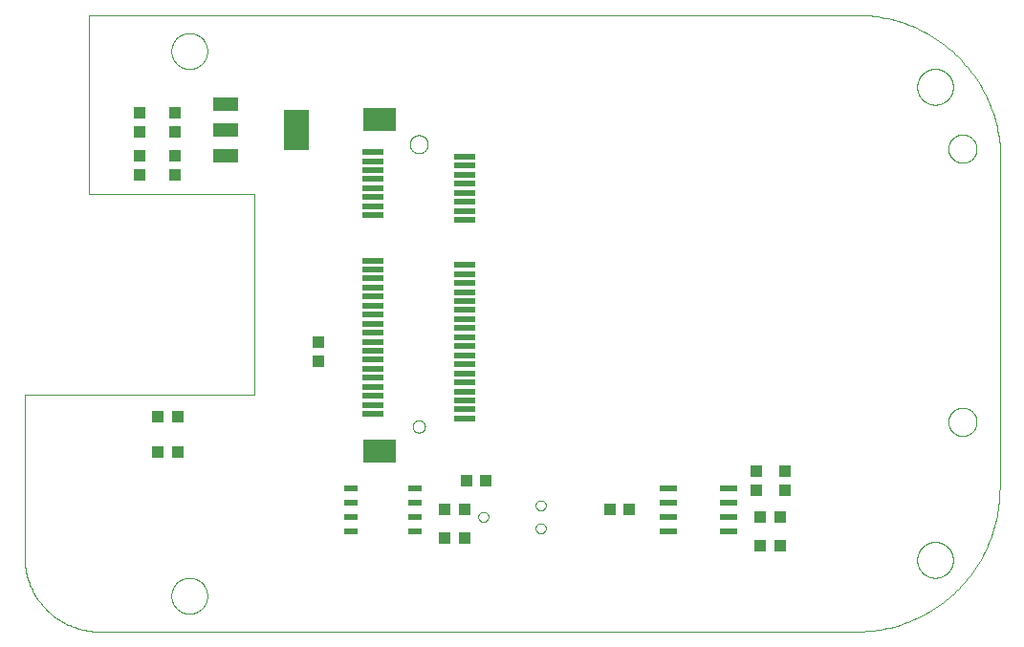
<source format=gtp>
G04 EAGLE Gerber RS-274X export*
G75*
%MOMM*%
%FSLAX34Y34*%
%LPD*%
%INTop solder paste for stencil*%
%IPPOS*%
%AMOC8*
5,1,8,0,0,1.08239X$1,22.5*%
G01*
%ADD10C,0.000000*%
%ADD11R,1.900000X0.525000*%
%ADD12R,3.000000X2.100000*%
%ADD13R,2.235200X1.219200*%
%ADD14R,2.200000X3.600000*%
%ADD15R,1.200000X0.600000*%
%ADD16R,1.550000X0.600000*%
%ADD17R,1.000000X1.100000*%
%ADD18R,1.100000X1.000000*%


D10*
X63500Y0D02*
X736600Y0D01*
X863600Y127000D02*
X863600Y431800D01*
X742950Y546100D02*
X57150Y546100D01*
X0Y209550D02*
X0Y63500D01*
X57150Y387350D02*
X57150Y546100D01*
X57150Y387350D02*
X203200Y387350D01*
X203200Y209550D01*
X0Y209550D01*
X742950Y546100D02*
X746066Y545912D01*
X749177Y545649D01*
X752279Y545309D01*
X755373Y544893D01*
X758456Y544402D01*
X761525Y543835D01*
X764580Y543193D01*
X767618Y542477D01*
X770638Y541686D01*
X773638Y540822D01*
X776615Y539885D01*
X779568Y538874D01*
X782496Y537792D01*
X785397Y536638D01*
X788268Y535414D01*
X791109Y534119D01*
X793916Y532756D01*
X796690Y531324D01*
X799428Y529824D01*
X802128Y528258D01*
X804789Y526626D01*
X807409Y524930D01*
X809987Y523170D01*
X812521Y521347D01*
X815009Y519462D01*
X817451Y517517D01*
X819844Y515513D01*
X822188Y513451D01*
X824480Y511332D01*
X826720Y509158D01*
X828905Y506929D01*
X831036Y504648D01*
X833109Y502315D01*
X835125Y499932D01*
X837083Y497500D01*
X838979Y495021D01*
X840815Y492496D01*
X842588Y489927D01*
X844298Y487316D01*
X845943Y484663D01*
X847523Y481971D01*
X849036Y479241D01*
X850482Y476474D01*
X851860Y473673D01*
X853169Y470839D01*
X854407Y467974D01*
X855576Y465080D01*
X856673Y462157D01*
X857698Y459209D01*
X858650Y456236D01*
X859530Y453241D01*
X860336Y450225D01*
X861067Y447191D01*
X861724Y444139D01*
X862307Y441073D01*
X862813Y437993D01*
X863245Y434901D01*
X863600Y431800D01*
X863600Y127000D02*
X863563Y123931D01*
X863452Y120864D01*
X863266Y117801D01*
X863007Y114743D01*
X862674Y111692D01*
X862267Y108650D01*
X861787Y105619D01*
X861234Y102600D01*
X860608Y99595D01*
X859910Y96607D01*
X859139Y93636D01*
X858297Y90685D01*
X857384Y87755D01*
X856401Y84848D01*
X855347Y81965D01*
X854224Y79109D01*
X853033Y76281D01*
X851773Y73482D01*
X850446Y70715D01*
X849053Y67980D01*
X847594Y65280D01*
X846070Y62616D01*
X844482Y59990D01*
X842832Y57402D01*
X841119Y54856D01*
X839345Y52351D01*
X837511Y49890D01*
X835619Y47474D01*
X833668Y45105D01*
X831661Y42783D01*
X829598Y40511D01*
X827481Y38289D01*
X825311Y36119D01*
X823089Y34002D01*
X820817Y31939D01*
X818495Y29932D01*
X816126Y27981D01*
X813710Y26089D01*
X811249Y24255D01*
X808744Y22481D01*
X806198Y20768D01*
X803610Y19118D01*
X800984Y17530D01*
X798320Y16006D01*
X795620Y14547D01*
X792885Y13154D01*
X790118Y11827D01*
X787319Y10567D01*
X784491Y9376D01*
X781635Y8253D01*
X778752Y7199D01*
X775845Y6216D01*
X772915Y5303D01*
X769964Y4461D01*
X766993Y3690D01*
X764005Y2992D01*
X761000Y2366D01*
X757981Y1813D01*
X754950Y1333D01*
X751908Y926D01*
X748857Y593D01*
X745799Y334D01*
X742736Y148D01*
X739669Y37D01*
X736600Y0D01*
X63500Y0D02*
X61888Y96D01*
X60279Y231D01*
X58674Y405D01*
X57073Y618D01*
X55478Y870D01*
X53890Y1160D01*
X52309Y1488D01*
X50736Y1855D01*
X49173Y2259D01*
X47620Y2702D01*
X46078Y3181D01*
X44548Y3698D01*
X43032Y4252D01*
X41529Y4842D01*
X40040Y5468D01*
X38568Y6130D01*
X37111Y6828D01*
X35672Y7560D01*
X34252Y8328D01*
X32850Y9129D01*
X31468Y9964D01*
X30106Y10832D01*
X28766Y11733D01*
X27448Y12666D01*
X26153Y13631D01*
X24882Y14626D01*
X23636Y15652D01*
X22414Y16708D01*
X21218Y17794D01*
X20049Y18907D01*
X18907Y20049D01*
X17794Y21218D01*
X16708Y22414D01*
X15652Y23636D01*
X14626Y24882D01*
X13631Y26153D01*
X12666Y27448D01*
X11733Y28766D01*
X10832Y30106D01*
X9964Y31468D01*
X9129Y32850D01*
X8328Y34252D01*
X7560Y35672D01*
X6828Y37111D01*
X6130Y38568D01*
X5468Y40040D01*
X4842Y41529D01*
X4252Y43032D01*
X3698Y44548D01*
X3181Y46078D01*
X2702Y47620D01*
X2259Y49173D01*
X1855Y50736D01*
X1488Y52309D01*
X1160Y53890D01*
X870Y55478D01*
X618Y57073D01*
X405Y58674D01*
X231Y60279D01*
X96Y61888D01*
X0Y63500D01*
X341250Y431800D02*
X341252Y431996D01*
X341260Y432193D01*
X341272Y432389D01*
X341289Y432584D01*
X341310Y432779D01*
X341337Y432974D01*
X341368Y433168D01*
X341404Y433361D01*
X341444Y433553D01*
X341490Y433744D01*
X341540Y433934D01*
X341594Y434122D01*
X341654Y434309D01*
X341718Y434495D01*
X341786Y434679D01*
X341859Y434861D01*
X341936Y435042D01*
X342018Y435220D01*
X342104Y435397D01*
X342195Y435571D01*
X342289Y435743D01*
X342388Y435913D01*
X342491Y436080D01*
X342598Y436245D01*
X342709Y436406D01*
X342824Y436566D01*
X342943Y436722D01*
X343066Y436875D01*
X343192Y437025D01*
X343322Y437172D01*
X343456Y437316D01*
X343593Y437457D01*
X343734Y437594D01*
X343878Y437728D01*
X344025Y437858D01*
X344175Y437984D01*
X344328Y438107D01*
X344484Y438226D01*
X344644Y438341D01*
X344805Y438452D01*
X344970Y438559D01*
X345137Y438662D01*
X345307Y438761D01*
X345479Y438855D01*
X345653Y438946D01*
X345830Y439032D01*
X346008Y439114D01*
X346189Y439191D01*
X346371Y439264D01*
X346555Y439332D01*
X346741Y439396D01*
X346928Y439456D01*
X347116Y439510D01*
X347306Y439560D01*
X347497Y439606D01*
X347689Y439646D01*
X347882Y439682D01*
X348076Y439713D01*
X348271Y439740D01*
X348466Y439761D01*
X348661Y439778D01*
X348857Y439790D01*
X349054Y439798D01*
X349250Y439800D01*
X349446Y439798D01*
X349643Y439790D01*
X349839Y439778D01*
X350034Y439761D01*
X350229Y439740D01*
X350424Y439713D01*
X350618Y439682D01*
X350811Y439646D01*
X351003Y439606D01*
X351194Y439560D01*
X351384Y439510D01*
X351572Y439456D01*
X351759Y439396D01*
X351945Y439332D01*
X352129Y439264D01*
X352311Y439191D01*
X352492Y439114D01*
X352670Y439032D01*
X352847Y438946D01*
X353021Y438855D01*
X353193Y438761D01*
X353363Y438662D01*
X353530Y438559D01*
X353695Y438452D01*
X353856Y438341D01*
X354016Y438226D01*
X354172Y438107D01*
X354325Y437984D01*
X354475Y437858D01*
X354622Y437728D01*
X354766Y437594D01*
X354907Y437457D01*
X355044Y437316D01*
X355178Y437172D01*
X355308Y437025D01*
X355434Y436875D01*
X355557Y436722D01*
X355676Y436566D01*
X355791Y436406D01*
X355902Y436245D01*
X356009Y436080D01*
X356112Y435913D01*
X356211Y435743D01*
X356305Y435571D01*
X356396Y435397D01*
X356482Y435220D01*
X356564Y435042D01*
X356641Y434861D01*
X356714Y434679D01*
X356782Y434495D01*
X356846Y434309D01*
X356906Y434122D01*
X356960Y433934D01*
X357010Y433744D01*
X357056Y433553D01*
X357096Y433361D01*
X357132Y433168D01*
X357163Y432974D01*
X357190Y432779D01*
X357211Y432584D01*
X357228Y432389D01*
X357240Y432193D01*
X357248Y431996D01*
X357250Y431800D01*
X357248Y431604D01*
X357240Y431407D01*
X357228Y431211D01*
X357211Y431016D01*
X357190Y430821D01*
X357163Y430626D01*
X357132Y430432D01*
X357096Y430239D01*
X357056Y430047D01*
X357010Y429856D01*
X356960Y429666D01*
X356906Y429478D01*
X356846Y429291D01*
X356782Y429105D01*
X356714Y428921D01*
X356641Y428739D01*
X356564Y428558D01*
X356482Y428380D01*
X356396Y428203D01*
X356305Y428029D01*
X356211Y427857D01*
X356112Y427687D01*
X356009Y427520D01*
X355902Y427355D01*
X355791Y427194D01*
X355676Y427034D01*
X355557Y426878D01*
X355434Y426725D01*
X355308Y426575D01*
X355178Y426428D01*
X355044Y426284D01*
X354907Y426143D01*
X354766Y426006D01*
X354622Y425872D01*
X354475Y425742D01*
X354325Y425616D01*
X354172Y425493D01*
X354016Y425374D01*
X353856Y425259D01*
X353695Y425148D01*
X353530Y425041D01*
X353363Y424938D01*
X353193Y424839D01*
X353021Y424745D01*
X352847Y424654D01*
X352670Y424568D01*
X352492Y424486D01*
X352311Y424409D01*
X352129Y424336D01*
X351945Y424268D01*
X351759Y424204D01*
X351572Y424144D01*
X351384Y424090D01*
X351194Y424040D01*
X351003Y423994D01*
X350811Y423954D01*
X350618Y423918D01*
X350424Y423887D01*
X350229Y423860D01*
X350034Y423839D01*
X349839Y423822D01*
X349643Y423810D01*
X349446Y423802D01*
X349250Y423800D01*
X349054Y423802D01*
X348857Y423810D01*
X348661Y423822D01*
X348466Y423839D01*
X348271Y423860D01*
X348076Y423887D01*
X347882Y423918D01*
X347689Y423954D01*
X347497Y423994D01*
X347306Y424040D01*
X347116Y424090D01*
X346928Y424144D01*
X346741Y424204D01*
X346555Y424268D01*
X346371Y424336D01*
X346189Y424409D01*
X346008Y424486D01*
X345830Y424568D01*
X345653Y424654D01*
X345479Y424745D01*
X345307Y424839D01*
X345137Y424938D01*
X344970Y425041D01*
X344805Y425148D01*
X344644Y425259D01*
X344484Y425374D01*
X344328Y425493D01*
X344175Y425616D01*
X344025Y425742D01*
X343878Y425872D01*
X343734Y426006D01*
X343593Y426143D01*
X343456Y426284D01*
X343322Y426428D01*
X343192Y426575D01*
X343066Y426725D01*
X342943Y426878D01*
X342824Y427034D01*
X342709Y427194D01*
X342598Y427355D01*
X342491Y427520D01*
X342388Y427687D01*
X342289Y427857D01*
X342195Y428029D01*
X342104Y428203D01*
X342018Y428380D01*
X341936Y428558D01*
X341859Y428739D01*
X341786Y428921D01*
X341718Y429105D01*
X341654Y429291D01*
X341594Y429478D01*
X341540Y429666D01*
X341490Y429856D01*
X341444Y430047D01*
X341404Y430239D01*
X341368Y430432D01*
X341337Y430626D01*
X341310Y430821D01*
X341289Y431016D01*
X341272Y431211D01*
X341260Y431407D01*
X341252Y431604D01*
X341250Y431800D01*
X343750Y181800D02*
X343752Y181948D01*
X343758Y182096D01*
X343768Y182244D01*
X343782Y182392D01*
X343800Y182539D01*
X343822Y182686D01*
X343848Y182832D01*
X343877Y182977D01*
X343911Y183122D01*
X343949Y183265D01*
X343990Y183408D01*
X344035Y183549D01*
X344085Y183689D01*
X344137Y183827D01*
X344194Y183965D01*
X344254Y184100D01*
X344318Y184234D01*
X344385Y184366D01*
X344456Y184496D01*
X344531Y184625D01*
X344609Y184751D01*
X344690Y184875D01*
X344774Y184997D01*
X344862Y185116D01*
X344953Y185233D01*
X345047Y185348D01*
X345145Y185460D01*
X345245Y185569D01*
X345348Y185676D01*
X345454Y185780D01*
X345562Y185881D01*
X345674Y185979D01*
X345788Y186074D01*
X345904Y186165D01*
X346023Y186254D01*
X346144Y186339D01*
X346268Y186421D01*
X346394Y186500D01*
X346521Y186575D01*
X346651Y186647D01*
X346783Y186716D01*
X346916Y186780D01*
X347051Y186841D01*
X347188Y186899D01*
X347326Y186953D01*
X347466Y187003D01*
X347607Y187049D01*
X347749Y187091D01*
X347892Y187130D01*
X348036Y187164D01*
X348182Y187195D01*
X348327Y187222D01*
X348474Y187245D01*
X348621Y187264D01*
X348769Y187279D01*
X348916Y187290D01*
X349065Y187297D01*
X349213Y187300D01*
X349361Y187299D01*
X349509Y187294D01*
X349657Y187285D01*
X349805Y187272D01*
X349953Y187255D01*
X350099Y187234D01*
X350246Y187209D01*
X350391Y187180D01*
X350536Y187148D01*
X350679Y187111D01*
X350822Y187071D01*
X350964Y187026D01*
X351104Y186978D01*
X351243Y186926D01*
X351380Y186871D01*
X351516Y186811D01*
X351651Y186748D01*
X351783Y186682D01*
X351914Y186612D01*
X352043Y186538D01*
X352169Y186461D01*
X352294Y186381D01*
X352416Y186297D01*
X352537Y186210D01*
X352654Y186120D01*
X352770Y186026D01*
X352882Y185930D01*
X352992Y185831D01*
X353100Y185728D01*
X353204Y185623D01*
X353306Y185515D01*
X353404Y185404D01*
X353500Y185291D01*
X353593Y185175D01*
X353682Y185057D01*
X353768Y184936D01*
X353851Y184813D01*
X353931Y184688D01*
X354007Y184561D01*
X354080Y184431D01*
X354149Y184300D01*
X354214Y184167D01*
X354277Y184033D01*
X354335Y183896D01*
X354390Y183758D01*
X354440Y183619D01*
X354488Y183478D01*
X354531Y183337D01*
X354571Y183194D01*
X354606Y183050D01*
X354638Y182905D01*
X354666Y182759D01*
X354690Y182613D01*
X354710Y182466D01*
X354726Y182318D01*
X354738Y182171D01*
X354746Y182022D01*
X354750Y181874D01*
X354750Y181726D01*
X354746Y181578D01*
X354738Y181429D01*
X354726Y181282D01*
X354710Y181134D01*
X354690Y180987D01*
X354666Y180841D01*
X354638Y180695D01*
X354606Y180550D01*
X354571Y180406D01*
X354531Y180263D01*
X354488Y180122D01*
X354440Y179981D01*
X354390Y179842D01*
X354335Y179704D01*
X354277Y179567D01*
X354214Y179433D01*
X354149Y179300D01*
X354080Y179169D01*
X354007Y179039D01*
X353931Y178912D01*
X353851Y178787D01*
X353768Y178664D01*
X353682Y178543D01*
X353593Y178425D01*
X353500Y178309D01*
X353404Y178196D01*
X353306Y178085D01*
X353204Y177977D01*
X353100Y177872D01*
X352992Y177769D01*
X352882Y177670D01*
X352770Y177574D01*
X352654Y177480D01*
X352537Y177390D01*
X352416Y177303D01*
X352294Y177219D01*
X352169Y177139D01*
X352043Y177062D01*
X351914Y176988D01*
X351783Y176918D01*
X351651Y176852D01*
X351516Y176789D01*
X351380Y176729D01*
X351243Y176674D01*
X351104Y176622D01*
X350964Y176574D01*
X350822Y176529D01*
X350679Y176489D01*
X350536Y176452D01*
X350391Y176420D01*
X350246Y176391D01*
X350099Y176366D01*
X349953Y176345D01*
X349805Y176328D01*
X349657Y176315D01*
X349509Y176306D01*
X349361Y176301D01*
X349213Y176300D01*
X349065Y176303D01*
X348916Y176310D01*
X348769Y176321D01*
X348621Y176336D01*
X348474Y176355D01*
X348327Y176378D01*
X348182Y176405D01*
X348036Y176436D01*
X347892Y176470D01*
X347749Y176509D01*
X347607Y176551D01*
X347466Y176597D01*
X347326Y176647D01*
X347188Y176701D01*
X347051Y176759D01*
X346916Y176820D01*
X346783Y176884D01*
X346651Y176953D01*
X346521Y177025D01*
X346394Y177100D01*
X346268Y177179D01*
X346144Y177261D01*
X346023Y177346D01*
X345904Y177435D01*
X345788Y177526D01*
X345674Y177621D01*
X345562Y177719D01*
X345454Y177820D01*
X345348Y177924D01*
X345245Y178031D01*
X345145Y178140D01*
X345047Y178252D01*
X344953Y178367D01*
X344862Y178484D01*
X344774Y178603D01*
X344690Y178725D01*
X344609Y178849D01*
X344531Y178975D01*
X344456Y179104D01*
X344385Y179234D01*
X344318Y179366D01*
X344254Y179500D01*
X344194Y179635D01*
X344137Y179773D01*
X344085Y179911D01*
X344035Y180051D01*
X343990Y180192D01*
X343949Y180335D01*
X343911Y180478D01*
X343877Y180623D01*
X343848Y180768D01*
X343822Y180914D01*
X343800Y181061D01*
X343782Y181208D01*
X343768Y181356D01*
X343758Y181504D01*
X343752Y181652D01*
X343750Y181800D01*
X818250Y427800D02*
X818254Y428107D01*
X818265Y428413D01*
X818284Y428720D01*
X818310Y429025D01*
X818344Y429330D01*
X818385Y429634D01*
X818434Y429937D01*
X818490Y430239D01*
X818554Y430539D01*
X818625Y430837D01*
X818703Y431134D01*
X818788Y431429D01*
X818881Y431721D01*
X818981Y432011D01*
X819088Y432299D01*
X819202Y432584D01*
X819322Y432866D01*
X819450Y433144D01*
X819585Y433420D01*
X819726Y433692D01*
X819874Y433961D01*
X820028Y434226D01*
X820189Y434487D01*
X820357Y434745D01*
X820530Y434998D01*
X820710Y435246D01*
X820896Y435490D01*
X821087Y435730D01*
X821285Y435965D01*
X821488Y436194D01*
X821697Y436419D01*
X821911Y436639D01*
X822131Y436853D01*
X822356Y437062D01*
X822585Y437265D01*
X822820Y437463D01*
X823060Y437654D01*
X823304Y437840D01*
X823552Y438020D01*
X823805Y438193D01*
X824063Y438361D01*
X824324Y438522D01*
X824589Y438676D01*
X824858Y438824D01*
X825130Y438965D01*
X825406Y439100D01*
X825684Y439228D01*
X825966Y439348D01*
X826251Y439462D01*
X826539Y439569D01*
X826829Y439669D01*
X827121Y439762D01*
X827416Y439847D01*
X827713Y439925D01*
X828011Y439996D01*
X828311Y440060D01*
X828613Y440116D01*
X828916Y440165D01*
X829220Y440206D01*
X829525Y440240D01*
X829830Y440266D01*
X830137Y440285D01*
X830443Y440296D01*
X830750Y440300D01*
X831057Y440296D01*
X831363Y440285D01*
X831670Y440266D01*
X831975Y440240D01*
X832280Y440206D01*
X832584Y440165D01*
X832887Y440116D01*
X833189Y440060D01*
X833489Y439996D01*
X833787Y439925D01*
X834084Y439847D01*
X834379Y439762D01*
X834671Y439669D01*
X834961Y439569D01*
X835249Y439462D01*
X835534Y439348D01*
X835816Y439228D01*
X836094Y439100D01*
X836370Y438965D01*
X836642Y438824D01*
X836911Y438676D01*
X837176Y438522D01*
X837437Y438361D01*
X837695Y438193D01*
X837948Y438020D01*
X838196Y437840D01*
X838440Y437654D01*
X838680Y437463D01*
X838915Y437265D01*
X839144Y437062D01*
X839369Y436853D01*
X839589Y436639D01*
X839803Y436419D01*
X840012Y436194D01*
X840215Y435965D01*
X840413Y435730D01*
X840604Y435490D01*
X840790Y435246D01*
X840970Y434998D01*
X841143Y434745D01*
X841311Y434487D01*
X841472Y434226D01*
X841626Y433961D01*
X841774Y433692D01*
X841915Y433420D01*
X842050Y433144D01*
X842178Y432866D01*
X842298Y432584D01*
X842412Y432299D01*
X842519Y432011D01*
X842619Y431721D01*
X842712Y431429D01*
X842797Y431134D01*
X842875Y430837D01*
X842946Y430539D01*
X843010Y430239D01*
X843066Y429937D01*
X843115Y429634D01*
X843156Y429330D01*
X843190Y429025D01*
X843216Y428720D01*
X843235Y428413D01*
X843246Y428107D01*
X843250Y427800D01*
X843246Y427493D01*
X843235Y427187D01*
X843216Y426880D01*
X843190Y426575D01*
X843156Y426270D01*
X843115Y425966D01*
X843066Y425663D01*
X843010Y425361D01*
X842946Y425061D01*
X842875Y424763D01*
X842797Y424466D01*
X842712Y424171D01*
X842619Y423879D01*
X842519Y423589D01*
X842412Y423301D01*
X842298Y423016D01*
X842178Y422734D01*
X842050Y422456D01*
X841915Y422180D01*
X841774Y421908D01*
X841626Y421639D01*
X841472Y421374D01*
X841311Y421113D01*
X841143Y420855D01*
X840970Y420602D01*
X840790Y420354D01*
X840604Y420110D01*
X840413Y419870D01*
X840215Y419635D01*
X840012Y419406D01*
X839803Y419181D01*
X839589Y418961D01*
X839369Y418747D01*
X839144Y418538D01*
X838915Y418335D01*
X838680Y418137D01*
X838440Y417946D01*
X838196Y417760D01*
X837948Y417580D01*
X837695Y417407D01*
X837437Y417239D01*
X837176Y417078D01*
X836911Y416924D01*
X836642Y416776D01*
X836370Y416635D01*
X836094Y416500D01*
X835816Y416372D01*
X835534Y416252D01*
X835249Y416138D01*
X834961Y416031D01*
X834671Y415931D01*
X834379Y415838D01*
X834084Y415753D01*
X833787Y415675D01*
X833489Y415604D01*
X833189Y415540D01*
X832887Y415484D01*
X832584Y415435D01*
X832280Y415394D01*
X831975Y415360D01*
X831670Y415334D01*
X831363Y415315D01*
X831057Y415304D01*
X830750Y415300D01*
X830443Y415304D01*
X830137Y415315D01*
X829830Y415334D01*
X829525Y415360D01*
X829220Y415394D01*
X828916Y415435D01*
X828613Y415484D01*
X828311Y415540D01*
X828011Y415604D01*
X827713Y415675D01*
X827416Y415753D01*
X827121Y415838D01*
X826829Y415931D01*
X826539Y416031D01*
X826251Y416138D01*
X825966Y416252D01*
X825684Y416372D01*
X825406Y416500D01*
X825130Y416635D01*
X824858Y416776D01*
X824589Y416924D01*
X824324Y417078D01*
X824063Y417239D01*
X823805Y417407D01*
X823552Y417580D01*
X823304Y417760D01*
X823060Y417946D01*
X822820Y418137D01*
X822585Y418335D01*
X822356Y418538D01*
X822131Y418747D01*
X821911Y418961D01*
X821697Y419181D01*
X821488Y419406D01*
X821285Y419635D01*
X821087Y419870D01*
X820896Y420110D01*
X820710Y420354D01*
X820530Y420602D01*
X820357Y420855D01*
X820189Y421113D01*
X820028Y421374D01*
X819874Y421639D01*
X819726Y421908D01*
X819585Y422180D01*
X819450Y422456D01*
X819322Y422734D01*
X819202Y423016D01*
X819088Y423301D01*
X818981Y423589D01*
X818881Y423879D01*
X818788Y424171D01*
X818703Y424466D01*
X818625Y424763D01*
X818554Y425061D01*
X818490Y425361D01*
X818434Y425663D01*
X818385Y425966D01*
X818344Y426270D01*
X818310Y426575D01*
X818284Y426880D01*
X818265Y427187D01*
X818254Y427493D01*
X818250Y427800D01*
X818250Y185800D02*
X818254Y186107D01*
X818265Y186413D01*
X818284Y186720D01*
X818310Y187025D01*
X818344Y187330D01*
X818385Y187634D01*
X818434Y187937D01*
X818490Y188239D01*
X818554Y188539D01*
X818625Y188837D01*
X818703Y189134D01*
X818788Y189429D01*
X818881Y189721D01*
X818981Y190011D01*
X819088Y190299D01*
X819202Y190584D01*
X819322Y190866D01*
X819450Y191144D01*
X819585Y191420D01*
X819726Y191692D01*
X819874Y191961D01*
X820028Y192226D01*
X820189Y192487D01*
X820357Y192745D01*
X820530Y192998D01*
X820710Y193246D01*
X820896Y193490D01*
X821087Y193730D01*
X821285Y193965D01*
X821488Y194194D01*
X821697Y194419D01*
X821911Y194639D01*
X822131Y194853D01*
X822356Y195062D01*
X822585Y195265D01*
X822820Y195463D01*
X823060Y195654D01*
X823304Y195840D01*
X823552Y196020D01*
X823805Y196193D01*
X824063Y196361D01*
X824324Y196522D01*
X824589Y196676D01*
X824858Y196824D01*
X825130Y196965D01*
X825406Y197100D01*
X825684Y197228D01*
X825966Y197348D01*
X826251Y197462D01*
X826539Y197569D01*
X826829Y197669D01*
X827121Y197762D01*
X827416Y197847D01*
X827713Y197925D01*
X828011Y197996D01*
X828311Y198060D01*
X828613Y198116D01*
X828916Y198165D01*
X829220Y198206D01*
X829525Y198240D01*
X829830Y198266D01*
X830137Y198285D01*
X830443Y198296D01*
X830750Y198300D01*
X831057Y198296D01*
X831363Y198285D01*
X831670Y198266D01*
X831975Y198240D01*
X832280Y198206D01*
X832584Y198165D01*
X832887Y198116D01*
X833189Y198060D01*
X833489Y197996D01*
X833787Y197925D01*
X834084Y197847D01*
X834379Y197762D01*
X834671Y197669D01*
X834961Y197569D01*
X835249Y197462D01*
X835534Y197348D01*
X835816Y197228D01*
X836094Y197100D01*
X836370Y196965D01*
X836642Y196824D01*
X836911Y196676D01*
X837176Y196522D01*
X837437Y196361D01*
X837695Y196193D01*
X837948Y196020D01*
X838196Y195840D01*
X838440Y195654D01*
X838680Y195463D01*
X838915Y195265D01*
X839144Y195062D01*
X839369Y194853D01*
X839589Y194639D01*
X839803Y194419D01*
X840012Y194194D01*
X840215Y193965D01*
X840413Y193730D01*
X840604Y193490D01*
X840790Y193246D01*
X840970Y192998D01*
X841143Y192745D01*
X841311Y192487D01*
X841472Y192226D01*
X841626Y191961D01*
X841774Y191692D01*
X841915Y191420D01*
X842050Y191144D01*
X842178Y190866D01*
X842298Y190584D01*
X842412Y190299D01*
X842519Y190011D01*
X842619Y189721D01*
X842712Y189429D01*
X842797Y189134D01*
X842875Y188837D01*
X842946Y188539D01*
X843010Y188239D01*
X843066Y187937D01*
X843115Y187634D01*
X843156Y187330D01*
X843190Y187025D01*
X843216Y186720D01*
X843235Y186413D01*
X843246Y186107D01*
X843250Y185800D01*
X843246Y185493D01*
X843235Y185187D01*
X843216Y184880D01*
X843190Y184575D01*
X843156Y184270D01*
X843115Y183966D01*
X843066Y183663D01*
X843010Y183361D01*
X842946Y183061D01*
X842875Y182763D01*
X842797Y182466D01*
X842712Y182171D01*
X842619Y181879D01*
X842519Y181589D01*
X842412Y181301D01*
X842298Y181016D01*
X842178Y180734D01*
X842050Y180456D01*
X841915Y180180D01*
X841774Y179908D01*
X841626Y179639D01*
X841472Y179374D01*
X841311Y179113D01*
X841143Y178855D01*
X840970Y178602D01*
X840790Y178354D01*
X840604Y178110D01*
X840413Y177870D01*
X840215Y177635D01*
X840012Y177406D01*
X839803Y177181D01*
X839589Y176961D01*
X839369Y176747D01*
X839144Y176538D01*
X838915Y176335D01*
X838680Y176137D01*
X838440Y175946D01*
X838196Y175760D01*
X837948Y175580D01*
X837695Y175407D01*
X837437Y175239D01*
X837176Y175078D01*
X836911Y174924D01*
X836642Y174776D01*
X836370Y174635D01*
X836094Y174500D01*
X835816Y174372D01*
X835534Y174252D01*
X835249Y174138D01*
X834961Y174031D01*
X834671Y173931D01*
X834379Y173838D01*
X834084Y173753D01*
X833787Y173675D01*
X833489Y173604D01*
X833189Y173540D01*
X832887Y173484D01*
X832584Y173435D01*
X832280Y173394D01*
X831975Y173360D01*
X831670Y173334D01*
X831363Y173315D01*
X831057Y173304D01*
X830750Y173300D01*
X830443Y173304D01*
X830137Y173315D01*
X829830Y173334D01*
X829525Y173360D01*
X829220Y173394D01*
X828916Y173435D01*
X828613Y173484D01*
X828311Y173540D01*
X828011Y173604D01*
X827713Y173675D01*
X827416Y173753D01*
X827121Y173838D01*
X826829Y173931D01*
X826539Y174031D01*
X826251Y174138D01*
X825966Y174252D01*
X825684Y174372D01*
X825406Y174500D01*
X825130Y174635D01*
X824858Y174776D01*
X824589Y174924D01*
X824324Y175078D01*
X824063Y175239D01*
X823805Y175407D01*
X823552Y175580D01*
X823304Y175760D01*
X823060Y175946D01*
X822820Y176137D01*
X822585Y176335D01*
X822356Y176538D01*
X822131Y176747D01*
X821911Y176961D01*
X821697Y177181D01*
X821488Y177406D01*
X821285Y177635D01*
X821087Y177870D01*
X820896Y178110D01*
X820710Y178354D01*
X820530Y178602D01*
X820357Y178855D01*
X820189Y179113D01*
X820028Y179374D01*
X819874Y179639D01*
X819726Y179908D01*
X819585Y180180D01*
X819450Y180456D01*
X819322Y180734D01*
X819202Y181016D01*
X819088Y181301D01*
X818981Y181589D01*
X818881Y181879D01*
X818788Y182171D01*
X818703Y182466D01*
X818625Y182763D01*
X818554Y183061D01*
X818490Y183361D01*
X818434Y183663D01*
X818385Y183966D01*
X818344Y184270D01*
X818310Y184575D01*
X818284Y184880D01*
X818265Y185187D01*
X818254Y185493D01*
X818250Y185800D01*
D11*
X308250Y424800D03*
X308250Y416800D03*
X308250Y408800D03*
X308250Y400800D03*
X308250Y392800D03*
X308250Y384800D03*
X308250Y376800D03*
X308250Y368800D03*
X308250Y328800D03*
X308250Y320800D03*
X308250Y312800D03*
X308250Y304800D03*
X308250Y296800D03*
X308250Y288800D03*
X308250Y280800D03*
X308250Y272800D03*
X308250Y264800D03*
X308250Y256800D03*
X308250Y248800D03*
X308250Y240800D03*
X308250Y232800D03*
X308250Y224800D03*
X308250Y216800D03*
X308250Y208800D03*
X308250Y200800D03*
X308250Y192800D03*
D12*
X314250Y160300D03*
X314375Y453300D03*
D11*
X390250Y420800D03*
X390250Y412800D03*
X390250Y404800D03*
X390250Y396800D03*
X390250Y388800D03*
X390250Y380800D03*
X390250Y372800D03*
X390250Y364800D03*
X390250Y324800D03*
X390250Y316800D03*
X390250Y308800D03*
X390250Y300800D03*
X390250Y292800D03*
X390250Y284800D03*
X390250Y276800D03*
X390250Y268800D03*
X390250Y260800D03*
X390250Y252800D03*
X390250Y244800D03*
X390250Y236800D03*
X390250Y228800D03*
X390250Y220800D03*
X390250Y212800D03*
X390250Y204800D03*
X390250Y196800D03*
X390250Y188800D03*
D13*
X178562Y467614D03*
X178562Y444500D03*
X178562Y421386D03*
D14*
X240540Y444500D03*
D15*
X289500Y127000D03*
X289500Y114300D03*
X289500Y101600D03*
X289500Y88900D03*
X345500Y88900D03*
X345500Y101600D03*
X345500Y114300D03*
X345500Y127000D03*
D16*
X569900Y127000D03*
X569900Y114300D03*
X569900Y101600D03*
X569900Y88900D03*
X623900Y88900D03*
X623900Y101600D03*
X623900Y114300D03*
X623900Y127000D03*
D10*
X130175Y31750D02*
X130180Y32140D01*
X130194Y32529D01*
X130218Y32918D01*
X130251Y33306D01*
X130294Y33693D01*
X130347Y34079D01*
X130409Y34464D01*
X130480Y34847D01*
X130561Y35228D01*
X130651Y35607D01*
X130750Y35984D01*
X130859Y36358D01*
X130976Y36730D01*
X131103Y37098D01*
X131239Y37463D01*
X131383Y37825D01*
X131537Y38183D01*
X131699Y38537D01*
X131870Y38888D01*
X132049Y39233D01*
X132237Y39575D01*
X132434Y39911D01*
X132638Y40243D01*
X132850Y40570D01*
X133071Y40891D01*
X133299Y41207D01*
X133535Y41517D01*
X133778Y41821D01*
X134029Y42119D01*
X134287Y42411D01*
X134553Y42696D01*
X134825Y42975D01*
X135104Y43247D01*
X135389Y43513D01*
X135681Y43771D01*
X135979Y44022D01*
X136283Y44265D01*
X136593Y44501D01*
X136909Y44729D01*
X137230Y44950D01*
X137557Y45162D01*
X137889Y45366D01*
X138225Y45563D01*
X138567Y45751D01*
X138912Y45930D01*
X139263Y46101D01*
X139617Y46263D01*
X139975Y46417D01*
X140337Y46561D01*
X140702Y46697D01*
X141070Y46824D01*
X141442Y46941D01*
X141816Y47050D01*
X142193Y47149D01*
X142572Y47239D01*
X142953Y47320D01*
X143336Y47391D01*
X143721Y47453D01*
X144107Y47506D01*
X144494Y47549D01*
X144882Y47582D01*
X145271Y47606D01*
X145660Y47620D01*
X146050Y47625D01*
X146440Y47620D01*
X146829Y47606D01*
X147218Y47582D01*
X147606Y47549D01*
X147993Y47506D01*
X148379Y47453D01*
X148764Y47391D01*
X149147Y47320D01*
X149528Y47239D01*
X149907Y47149D01*
X150284Y47050D01*
X150658Y46941D01*
X151030Y46824D01*
X151398Y46697D01*
X151763Y46561D01*
X152125Y46417D01*
X152483Y46263D01*
X152837Y46101D01*
X153188Y45930D01*
X153533Y45751D01*
X153875Y45563D01*
X154211Y45366D01*
X154543Y45162D01*
X154870Y44950D01*
X155191Y44729D01*
X155507Y44501D01*
X155817Y44265D01*
X156121Y44022D01*
X156419Y43771D01*
X156711Y43513D01*
X156996Y43247D01*
X157275Y42975D01*
X157547Y42696D01*
X157813Y42411D01*
X158071Y42119D01*
X158322Y41821D01*
X158565Y41517D01*
X158801Y41207D01*
X159029Y40891D01*
X159250Y40570D01*
X159462Y40243D01*
X159666Y39911D01*
X159863Y39575D01*
X160051Y39233D01*
X160230Y38888D01*
X160401Y38537D01*
X160563Y38183D01*
X160717Y37825D01*
X160861Y37463D01*
X160997Y37098D01*
X161124Y36730D01*
X161241Y36358D01*
X161350Y35984D01*
X161449Y35607D01*
X161539Y35228D01*
X161620Y34847D01*
X161691Y34464D01*
X161753Y34079D01*
X161806Y33693D01*
X161849Y33306D01*
X161882Y32918D01*
X161906Y32529D01*
X161920Y32140D01*
X161925Y31750D01*
X161920Y31360D01*
X161906Y30971D01*
X161882Y30582D01*
X161849Y30194D01*
X161806Y29807D01*
X161753Y29421D01*
X161691Y29036D01*
X161620Y28653D01*
X161539Y28272D01*
X161449Y27893D01*
X161350Y27516D01*
X161241Y27142D01*
X161124Y26770D01*
X160997Y26402D01*
X160861Y26037D01*
X160717Y25675D01*
X160563Y25317D01*
X160401Y24963D01*
X160230Y24612D01*
X160051Y24267D01*
X159863Y23925D01*
X159666Y23589D01*
X159462Y23257D01*
X159250Y22930D01*
X159029Y22609D01*
X158801Y22293D01*
X158565Y21983D01*
X158322Y21679D01*
X158071Y21381D01*
X157813Y21089D01*
X157547Y20804D01*
X157275Y20525D01*
X156996Y20253D01*
X156711Y19987D01*
X156419Y19729D01*
X156121Y19478D01*
X155817Y19235D01*
X155507Y18999D01*
X155191Y18771D01*
X154870Y18550D01*
X154543Y18338D01*
X154211Y18134D01*
X153875Y17937D01*
X153533Y17749D01*
X153188Y17570D01*
X152837Y17399D01*
X152483Y17237D01*
X152125Y17083D01*
X151763Y16939D01*
X151398Y16803D01*
X151030Y16676D01*
X150658Y16559D01*
X150284Y16450D01*
X149907Y16351D01*
X149528Y16261D01*
X149147Y16180D01*
X148764Y16109D01*
X148379Y16047D01*
X147993Y15994D01*
X147606Y15951D01*
X147218Y15918D01*
X146829Y15894D01*
X146440Y15880D01*
X146050Y15875D01*
X145660Y15880D01*
X145271Y15894D01*
X144882Y15918D01*
X144494Y15951D01*
X144107Y15994D01*
X143721Y16047D01*
X143336Y16109D01*
X142953Y16180D01*
X142572Y16261D01*
X142193Y16351D01*
X141816Y16450D01*
X141442Y16559D01*
X141070Y16676D01*
X140702Y16803D01*
X140337Y16939D01*
X139975Y17083D01*
X139617Y17237D01*
X139263Y17399D01*
X138912Y17570D01*
X138567Y17749D01*
X138225Y17937D01*
X137889Y18134D01*
X137557Y18338D01*
X137230Y18550D01*
X136909Y18771D01*
X136593Y18999D01*
X136283Y19235D01*
X135979Y19478D01*
X135681Y19729D01*
X135389Y19987D01*
X135104Y20253D01*
X134825Y20525D01*
X134553Y20804D01*
X134287Y21089D01*
X134029Y21381D01*
X133778Y21679D01*
X133535Y21983D01*
X133299Y22293D01*
X133071Y22609D01*
X132850Y22930D01*
X132638Y23257D01*
X132434Y23589D01*
X132237Y23925D01*
X132049Y24267D01*
X131870Y24612D01*
X131699Y24963D01*
X131537Y25317D01*
X131383Y25675D01*
X131239Y26037D01*
X131103Y26402D01*
X130976Y26770D01*
X130859Y27142D01*
X130750Y27516D01*
X130651Y27893D01*
X130561Y28272D01*
X130480Y28653D01*
X130409Y29036D01*
X130347Y29421D01*
X130294Y29807D01*
X130251Y30194D01*
X130218Y30582D01*
X130194Y30971D01*
X130180Y31360D01*
X130175Y31750D01*
X790575Y63500D02*
X790580Y63890D01*
X790594Y64279D01*
X790618Y64668D01*
X790651Y65056D01*
X790694Y65443D01*
X790747Y65829D01*
X790809Y66214D01*
X790880Y66597D01*
X790961Y66978D01*
X791051Y67357D01*
X791150Y67734D01*
X791259Y68108D01*
X791376Y68480D01*
X791503Y68848D01*
X791639Y69213D01*
X791783Y69575D01*
X791937Y69933D01*
X792099Y70287D01*
X792270Y70638D01*
X792449Y70983D01*
X792637Y71325D01*
X792834Y71661D01*
X793038Y71993D01*
X793250Y72320D01*
X793471Y72641D01*
X793699Y72957D01*
X793935Y73267D01*
X794178Y73571D01*
X794429Y73869D01*
X794687Y74161D01*
X794953Y74446D01*
X795225Y74725D01*
X795504Y74997D01*
X795789Y75263D01*
X796081Y75521D01*
X796379Y75772D01*
X796683Y76015D01*
X796993Y76251D01*
X797309Y76479D01*
X797630Y76700D01*
X797957Y76912D01*
X798289Y77116D01*
X798625Y77313D01*
X798967Y77501D01*
X799312Y77680D01*
X799663Y77851D01*
X800017Y78013D01*
X800375Y78167D01*
X800737Y78311D01*
X801102Y78447D01*
X801470Y78574D01*
X801842Y78691D01*
X802216Y78800D01*
X802593Y78899D01*
X802972Y78989D01*
X803353Y79070D01*
X803736Y79141D01*
X804121Y79203D01*
X804507Y79256D01*
X804894Y79299D01*
X805282Y79332D01*
X805671Y79356D01*
X806060Y79370D01*
X806450Y79375D01*
X806840Y79370D01*
X807229Y79356D01*
X807618Y79332D01*
X808006Y79299D01*
X808393Y79256D01*
X808779Y79203D01*
X809164Y79141D01*
X809547Y79070D01*
X809928Y78989D01*
X810307Y78899D01*
X810684Y78800D01*
X811058Y78691D01*
X811430Y78574D01*
X811798Y78447D01*
X812163Y78311D01*
X812525Y78167D01*
X812883Y78013D01*
X813237Y77851D01*
X813588Y77680D01*
X813933Y77501D01*
X814275Y77313D01*
X814611Y77116D01*
X814943Y76912D01*
X815270Y76700D01*
X815591Y76479D01*
X815907Y76251D01*
X816217Y76015D01*
X816521Y75772D01*
X816819Y75521D01*
X817111Y75263D01*
X817396Y74997D01*
X817675Y74725D01*
X817947Y74446D01*
X818213Y74161D01*
X818471Y73869D01*
X818722Y73571D01*
X818965Y73267D01*
X819201Y72957D01*
X819429Y72641D01*
X819650Y72320D01*
X819862Y71993D01*
X820066Y71661D01*
X820263Y71325D01*
X820451Y70983D01*
X820630Y70638D01*
X820801Y70287D01*
X820963Y69933D01*
X821117Y69575D01*
X821261Y69213D01*
X821397Y68848D01*
X821524Y68480D01*
X821641Y68108D01*
X821750Y67734D01*
X821849Y67357D01*
X821939Y66978D01*
X822020Y66597D01*
X822091Y66214D01*
X822153Y65829D01*
X822206Y65443D01*
X822249Y65056D01*
X822282Y64668D01*
X822306Y64279D01*
X822320Y63890D01*
X822325Y63500D01*
X822320Y63110D01*
X822306Y62721D01*
X822282Y62332D01*
X822249Y61944D01*
X822206Y61557D01*
X822153Y61171D01*
X822091Y60786D01*
X822020Y60403D01*
X821939Y60022D01*
X821849Y59643D01*
X821750Y59266D01*
X821641Y58892D01*
X821524Y58520D01*
X821397Y58152D01*
X821261Y57787D01*
X821117Y57425D01*
X820963Y57067D01*
X820801Y56713D01*
X820630Y56362D01*
X820451Y56017D01*
X820263Y55675D01*
X820066Y55339D01*
X819862Y55007D01*
X819650Y54680D01*
X819429Y54359D01*
X819201Y54043D01*
X818965Y53733D01*
X818722Y53429D01*
X818471Y53131D01*
X818213Y52839D01*
X817947Y52554D01*
X817675Y52275D01*
X817396Y52003D01*
X817111Y51737D01*
X816819Y51479D01*
X816521Y51228D01*
X816217Y50985D01*
X815907Y50749D01*
X815591Y50521D01*
X815270Y50300D01*
X814943Y50088D01*
X814611Y49884D01*
X814275Y49687D01*
X813933Y49499D01*
X813588Y49320D01*
X813237Y49149D01*
X812883Y48987D01*
X812525Y48833D01*
X812163Y48689D01*
X811798Y48553D01*
X811430Y48426D01*
X811058Y48309D01*
X810684Y48200D01*
X810307Y48101D01*
X809928Y48011D01*
X809547Y47930D01*
X809164Y47859D01*
X808779Y47797D01*
X808393Y47744D01*
X808006Y47701D01*
X807618Y47668D01*
X807229Y47644D01*
X806840Y47630D01*
X806450Y47625D01*
X806060Y47630D01*
X805671Y47644D01*
X805282Y47668D01*
X804894Y47701D01*
X804507Y47744D01*
X804121Y47797D01*
X803736Y47859D01*
X803353Y47930D01*
X802972Y48011D01*
X802593Y48101D01*
X802216Y48200D01*
X801842Y48309D01*
X801470Y48426D01*
X801102Y48553D01*
X800737Y48689D01*
X800375Y48833D01*
X800017Y48987D01*
X799663Y49149D01*
X799312Y49320D01*
X798967Y49499D01*
X798625Y49687D01*
X798289Y49884D01*
X797957Y50088D01*
X797630Y50300D01*
X797309Y50521D01*
X796993Y50749D01*
X796683Y50985D01*
X796379Y51228D01*
X796081Y51479D01*
X795789Y51737D01*
X795504Y52003D01*
X795225Y52275D01*
X794953Y52554D01*
X794687Y52839D01*
X794429Y53131D01*
X794178Y53429D01*
X793935Y53733D01*
X793699Y54043D01*
X793471Y54359D01*
X793250Y54680D01*
X793038Y55007D01*
X792834Y55339D01*
X792637Y55675D01*
X792449Y56017D01*
X792270Y56362D01*
X792099Y56713D01*
X791937Y57067D01*
X791783Y57425D01*
X791639Y57787D01*
X791503Y58152D01*
X791376Y58520D01*
X791259Y58892D01*
X791150Y59266D01*
X791051Y59643D01*
X790961Y60022D01*
X790880Y60403D01*
X790809Y60786D01*
X790747Y61171D01*
X790694Y61557D01*
X790651Y61944D01*
X790618Y62332D01*
X790594Y62721D01*
X790580Y63110D01*
X790575Y63500D01*
X790575Y482600D02*
X790580Y482990D01*
X790594Y483379D01*
X790618Y483768D01*
X790651Y484156D01*
X790694Y484543D01*
X790747Y484929D01*
X790809Y485314D01*
X790880Y485697D01*
X790961Y486078D01*
X791051Y486457D01*
X791150Y486834D01*
X791259Y487208D01*
X791376Y487580D01*
X791503Y487948D01*
X791639Y488313D01*
X791783Y488675D01*
X791937Y489033D01*
X792099Y489387D01*
X792270Y489738D01*
X792449Y490083D01*
X792637Y490425D01*
X792834Y490761D01*
X793038Y491093D01*
X793250Y491420D01*
X793471Y491741D01*
X793699Y492057D01*
X793935Y492367D01*
X794178Y492671D01*
X794429Y492969D01*
X794687Y493261D01*
X794953Y493546D01*
X795225Y493825D01*
X795504Y494097D01*
X795789Y494363D01*
X796081Y494621D01*
X796379Y494872D01*
X796683Y495115D01*
X796993Y495351D01*
X797309Y495579D01*
X797630Y495800D01*
X797957Y496012D01*
X798289Y496216D01*
X798625Y496413D01*
X798967Y496601D01*
X799312Y496780D01*
X799663Y496951D01*
X800017Y497113D01*
X800375Y497267D01*
X800737Y497411D01*
X801102Y497547D01*
X801470Y497674D01*
X801842Y497791D01*
X802216Y497900D01*
X802593Y497999D01*
X802972Y498089D01*
X803353Y498170D01*
X803736Y498241D01*
X804121Y498303D01*
X804507Y498356D01*
X804894Y498399D01*
X805282Y498432D01*
X805671Y498456D01*
X806060Y498470D01*
X806450Y498475D01*
X806840Y498470D01*
X807229Y498456D01*
X807618Y498432D01*
X808006Y498399D01*
X808393Y498356D01*
X808779Y498303D01*
X809164Y498241D01*
X809547Y498170D01*
X809928Y498089D01*
X810307Y497999D01*
X810684Y497900D01*
X811058Y497791D01*
X811430Y497674D01*
X811798Y497547D01*
X812163Y497411D01*
X812525Y497267D01*
X812883Y497113D01*
X813237Y496951D01*
X813588Y496780D01*
X813933Y496601D01*
X814275Y496413D01*
X814611Y496216D01*
X814943Y496012D01*
X815270Y495800D01*
X815591Y495579D01*
X815907Y495351D01*
X816217Y495115D01*
X816521Y494872D01*
X816819Y494621D01*
X817111Y494363D01*
X817396Y494097D01*
X817675Y493825D01*
X817947Y493546D01*
X818213Y493261D01*
X818471Y492969D01*
X818722Y492671D01*
X818965Y492367D01*
X819201Y492057D01*
X819429Y491741D01*
X819650Y491420D01*
X819862Y491093D01*
X820066Y490761D01*
X820263Y490425D01*
X820451Y490083D01*
X820630Y489738D01*
X820801Y489387D01*
X820963Y489033D01*
X821117Y488675D01*
X821261Y488313D01*
X821397Y487948D01*
X821524Y487580D01*
X821641Y487208D01*
X821750Y486834D01*
X821849Y486457D01*
X821939Y486078D01*
X822020Y485697D01*
X822091Y485314D01*
X822153Y484929D01*
X822206Y484543D01*
X822249Y484156D01*
X822282Y483768D01*
X822306Y483379D01*
X822320Y482990D01*
X822325Y482600D01*
X822320Y482210D01*
X822306Y481821D01*
X822282Y481432D01*
X822249Y481044D01*
X822206Y480657D01*
X822153Y480271D01*
X822091Y479886D01*
X822020Y479503D01*
X821939Y479122D01*
X821849Y478743D01*
X821750Y478366D01*
X821641Y477992D01*
X821524Y477620D01*
X821397Y477252D01*
X821261Y476887D01*
X821117Y476525D01*
X820963Y476167D01*
X820801Y475813D01*
X820630Y475462D01*
X820451Y475117D01*
X820263Y474775D01*
X820066Y474439D01*
X819862Y474107D01*
X819650Y473780D01*
X819429Y473459D01*
X819201Y473143D01*
X818965Y472833D01*
X818722Y472529D01*
X818471Y472231D01*
X818213Y471939D01*
X817947Y471654D01*
X817675Y471375D01*
X817396Y471103D01*
X817111Y470837D01*
X816819Y470579D01*
X816521Y470328D01*
X816217Y470085D01*
X815907Y469849D01*
X815591Y469621D01*
X815270Y469400D01*
X814943Y469188D01*
X814611Y468984D01*
X814275Y468787D01*
X813933Y468599D01*
X813588Y468420D01*
X813237Y468249D01*
X812883Y468087D01*
X812525Y467933D01*
X812163Y467789D01*
X811798Y467653D01*
X811430Y467526D01*
X811058Y467409D01*
X810684Y467300D01*
X810307Y467201D01*
X809928Y467111D01*
X809547Y467030D01*
X809164Y466959D01*
X808779Y466897D01*
X808393Y466844D01*
X808006Y466801D01*
X807618Y466768D01*
X807229Y466744D01*
X806840Y466730D01*
X806450Y466725D01*
X806060Y466730D01*
X805671Y466744D01*
X805282Y466768D01*
X804894Y466801D01*
X804507Y466844D01*
X804121Y466897D01*
X803736Y466959D01*
X803353Y467030D01*
X802972Y467111D01*
X802593Y467201D01*
X802216Y467300D01*
X801842Y467409D01*
X801470Y467526D01*
X801102Y467653D01*
X800737Y467789D01*
X800375Y467933D01*
X800017Y468087D01*
X799663Y468249D01*
X799312Y468420D01*
X798967Y468599D01*
X798625Y468787D01*
X798289Y468984D01*
X797957Y469188D01*
X797630Y469400D01*
X797309Y469621D01*
X796993Y469849D01*
X796683Y470085D01*
X796379Y470328D01*
X796081Y470579D01*
X795789Y470837D01*
X795504Y471103D01*
X795225Y471375D01*
X794953Y471654D01*
X794687Y471939D01*
X794429Y472231D01*
X794178Y472529D01*
X793935Y472833D01*
X793699Y473143D01*
X793471Y473459D01*
X793250Y473780D01*
X793038Y474107D01*
X792834Y474439D01*
X792637Y474775D01*
X792449Y475117D01*
X792270Y475462D01*
X792099Y475813D01*
X791937Y476167D01*
X791783Y476525D01*
X791639Y476887D01*
X791503Y477252D01*
X791376Y477620D01*
X791259Y477992D01*
X791150Y478366D01*
X791051Y478743D01*
X790961Y479122D01*
X790880Y479503D01*
X790809Y479886D01*
X790747Y480271D01*
X790694Y480657D01*
X790651Y481044D01*
X790618Y481432D01*
X790594Y481821D01*
X790580Y482210D01*
X790575Y482600D01*
X130175Y514350D02*
X130180Y514740D01*
X130194Y515129D01*
X130218Y515518D01*
X130251Y515906D01*
X130294Y516293D01*
X130347Y516679D01*
X130409Y517064D01*
X130480Y517447D01*
X130561Y517828D01*
X130651Y518207D01*
X130750Y518584D01*
X130859Y518958D01*
X130976Y519330D01*
X131103Y519698D01*
X131239Y520063D01*
X131383Y520425D01*
X131537Y520783D01*
X131699Y521137D01*
X131870Y521488D01*
X132049Y521833D01*
X132237Y522175D01*
X132434Y522511D01*
X132638Y522843D01*
X132850Y523170D01*
X133071Y523491D01*
X133299Y523807D01*
X133535Y524117D01*
X133778Y524421D01*
X134029Y524719D01*
X134287Y525011D01*
X134553Y525296D01*
X134825Y525575D01*
X135104Y525847D01*
X135389Y526113D01*
X135681Y526371D01*
X135979Y526622D01*
X136283Y526865D01*
X136593Y527101D01*
X136909Y527329D01*
X137230Y527550D01*
X137557Y527762D01*
X137889Y527966D01*
X138225Y528163D01*
X138567Y528351D01*
X138912Y528530D01*
X139263Y528701D01*
X139617Y528863D01*
X139975Y529017D01*
X140337Y529161D01*
X140702Y529297D01*
X141070Y529424D01*
X141442Y529541D01*
X141816Y529650D01*
X142193Y529749D01*
X142572Y529839D01*
X142953Y529920D01*
X143336Y529991D01*
X143721Y530053D01*
X144107Y530106D01*
X144494Y530149D01*
X144882Y530182D01*
X145271Y530206D01*
X145660Y530220D01*
X146050Y530225D01*
X146440Y530220D01*
X146829Y530206D01*
X147218Y530182D01*
X147606Y530149D01*
X147993Y530106D01*
X148379Y530053D01*
X148764Y529991D01*
X149147Y529920D01*
X149528Y529839D01*
X149907Y529749D01*
X150284Y529650D01*
X150658Y529541D01*
X151030Y529424D01*
X151398Y529297D01*
X151763Y529161D01*
X152125Y529017D01*
X152483Y528863D01*
X152837Y528701D01*
X153188Y528530D01*
X153533Y528351D01*
X153875Y528163D01*
X154211Y527966D01*
X154543Y527762D01*
X154870Y527550D01*
X155191Y527329D01*
X155507Y527101D01*
X155817Y526865D01*
X156121Y526622D01*
X156419Y526371D01*
X156711Y526113D01*
X156996Y525847D01*
X157275Y525575D01*
X157547Y525296D01*
X157813Y525011D01*
X158071Y524719D01*
X158322Y524421D01*
X158565Y524117D01*
X158801Y523807D01*
X159029Y523491D01*
X159250Y523170D01*
X159462Y522843D01*
X159666Y522511D01*
X159863Y522175D01*
X160051Y521833D01*
X160230Y521488D01*
X160401Y521137D01*
X160563Y520783D01*
X160717Y520425D01*
X160861Y520063D01*
X160997Y519698D01*
X161124Y519330D01*
X161241Y518958D01*
X161350Y518584D01*
X161449Y518207D01*
X161539Y517828D01*
X161620Y517447D01*
X161691Y517064D01*
X161753Y516679D01*
X161806Y516293D01*
X161849Y515906D01*
X161882Y515518D01*
X161906Y515129D01*
X161920Y514740D01*
X161925Y514350D01*
X161920Y513960D01*
X161906Y513571D01*
X161882Y513182D01*
X161849Y512794D01*
X161806Y512407D01*
X161753Y512021D01*
X161691Y511636D01*
X161620Y511253D01*
X161539Y510872D01*
X161449Y510493D01*
X161350Y510116D01*
X161241Y509742D01*
X161124Y509370D01*
X160997Y509002D01*
X160861Y508637D01*
X160717Y508275D01*
X160563Y507917D01*
X160401Y507563D01*
X160230Y507212D01*
X160051Y506867D01*
X159863Y506525D01*
X159666Y506189D01*
X159462Y505857D01*
X159250Y505530D01*
X159029Y505209D01*
X158801Y504893D01*
X158565Y504583D01*
X158322Y504279D01*
X158071Y503981D01*
X157813Y503689D01*
X157547Y503404D01*
X157275Y503125D01*
X156996Y502853D01*
X156711Y502587D01*
X156419Y502329D01*
X156121Y502078D01*
X155817Y501835D01*
X155507Y501599D01*
X155191Y501371D01*
X154870Y501150D01*
X154543Y500938D01*
X154211Y500734D01*
X153875Y500537D01*
X153533Y500349D01*
X153188Y500170D01*
X152837Y499999D01*
X152483Y499837D01*
X152125Y499683D01*
X151763Y499539D01*
X151398Y499403D01*
X151030Y499276D01*
X150658Y499159D01*
X150284Y499050D01*
X149907Y498951D01*
X149528Y498861D01*
X149147Y498780D01*
X148764Y498709D01*
X148379Y498647D01*
X147993Y498594D01*
X147606Y498551D01*
X147218Y498518D01*
X146829Y498494D01*
X146440Y498480D01*
X146050Y498475D01*
X145660Y498480D01*
X145271Y498494D01*
X144882Y498518D01*
X144494Y498551D01*
X144107Y498594D01*
X143721Y498647D01*
X143336Y498709D01*
X142953Y498780D01*
X142572Y498861D01*
X142193Y498951D01*
X141816Y499050D01*
X141442Y499159D01*
X141070Y499276D01*
X140702Y499403D01*
X140337Y499539D01*
X139975Y499683D01*
X139617Y499837D01*
X139263Y499999D01*
X138912Y500170D01*
X138567Y500349D01*
X138225Y500537D01*
X137889Y500734D01*
X137557Y500938D01*
X137230Y501150D01*
X136909Y501371D01*
X136593Y501599D01*
X136283Y501835D01*
X135979Y502078D01*
X135681Y502329D01*
X135389Y502587D01*
X135104Y502853D01*
X134825Y503125D01*
X134553Y503404D01*
X134287Y503689D01*
X134029Y503981D01*
X133778Y504279D01*
X133535Y504583D01*
X133299Y504893D01*
X133071Y505209D01*
X132850Y505530D01*
X132638Y505857D01*
X132434Y506189D01*
X132237Y506525D01*
X132049Y506867D01*
X131870Y507212D01*
X131699Y507563D01*
X131537Y507917D01*
X131383Y508275D01*
X131239Y508637D01*
X131103Y509002D01*
X130976Y509370D01*
X130859Y509742D01*
X130750Y510116D01*
X130651Y510493D01*
X130561Y510872D01*
X130480Y511253D01*
X130409Y511636D01*
X130347Y512021D01*
X130294Y512407D01*
X130251Y512794D01*
X130218Y513182D01*
X130194Y513571D01*
X130180Y513960D01*
X130175Y514350D01*
D17*
X133350Y421250D03*
X133350Y404250D03*
X133350Y442350D03*
X133350Y459350D03*
X101600Y421250D03*
X101600Y404250D03*
X101600Y442350D03*
X101600Y459350D03*
X668900Y76200D03*
X651900Y76200D03*
X668900Y101600D03*
X651900Y101600D03*
D18*
X673100Y141850D03*
X673100Y124850D03*
D17*
X518550Y107950D03*
X535550Y107950D03*
X389500Y107950D03*
X372500Y107950D03*
X389500Y82550D03*
X372500Y82550D03*
X118500Y158750D03*
X135500Y158750D03*
X118500Y190500D03*
X135500Y190500D03*
X260350Y256150D03*
X260350Y239150D03*
D18*
X408550Y133350D03*
X391550Y133350D03*
D17*
X647700Y141850D03*
X647700Y124850D03*
D10*
X401955Y101600D02*
X401957Y101733D01*
X401963Y101866D01*
X401973Y101998D01*
X401987Y102131D01*
X402005Y102262D01*
X402026Y102394D01*
X402052Y102524D01*
X402082Y102654D01*
X402115Y102783D01*
X402152Y102910D01*
X402194Y103037D01*
X402238Y103162D01*
X402287Y103286D01*
X402339Y103408D01*
X402395Y103529D01*
X402455Y103648D01*
X402518Y103765D01*
X402584Y103880D01*
X402654Y103993D01*
X402727Y104104D01*
X402804Y104213D01*
X402884Y104319D01*
X402967Y104423D01*
X403053Y104525D01*
X403142Y104623D01*
X403233Y104719D01*
X403328Y104813D01*
X403426Y104903D01*
X403526Y104991D01*
X403629Y105075D01*
X403734Y105157D01*
X403841Y105235D01*
X403951Y105310D01*
X404063Y105381D01*
X404178Y105449D01*
X404294Y105514D01*
X404412Y105576D01*
X404532Y105633D01*
X404653Y105687D01*
X404776Y105738D01*
X404901Y105784D01*
X405026Y105827D01*
X405154Y105867D01*
X405282Y105902D01*
X405411Y105934D01*
X405541Y105961D01*
X405672Y105985D01*
X405803Y106005D01*
X405935Y106021D01*
X406068Y106033D01*
X406201Y106041D01*
X406334Y106045D01*
X406466Y106045D01*
X406599Y106041D01*
X406732Y106033D01*
X406865Y106021D01*
X406997Y106005D01*
X407128Y105985D01*
X407259Y105961D01*
X407389Y105934D01*
X407518Y105902D01*
X407646Y105867D01*
X407774Y105827D01*
X407899Y105784D01*
X408024Y105738D01*
X408147Y105687D01*
X408268Y105633D01*
X408388Y105576D01*
X408506Y105514D01*
X408623Y105449D01*
X408737Y105381D01*
X408849Y105310D01*
X408959Y105235D01*
X409066Y105157D01*
X409171Y105075D01*
X409274Y104991D01*
X409374Y104903D01*
X409472Y104813D01*
X409567Y104719D01*
X409658Y104623D01*
X409747Y104525D01*
X409833Y104423D01*
X409916Y104319D01*
X409996Y104213D01*
X410073Y104104D01*
X410146Y103993D01*
X410216Y103880D01*
X410282Y103765D01*
X410345Y103648D01*
X410405Y103529D01*
X410461Y103408D01*
X410513Y103286D01*
X410562Y103162D01*
X410606Y103037D01*
X410648Y102910D01*
X410685Y102783D01*
X410718Y102654D01*
X410748Y102524D01*
X410774Y102394D01*
X410795Y102262D01*
X410813Y102131D01*
X410827Y101998D01*
X410837Y101866D01*
X410843Y101733D01*
X410845Y101600D01*
X410843Y101467D01*
X410837Y101334D01*
X410827Y101202D01*
X410813Y101069D01*
X410795Y100938D01*
X410774Y100806D01*
X410748Y100676D01*
X410718Y100546D01*
X410685Y100417D01*
X410648Y100290D01*
X410606Y100163D01*
X410562Y100038D01*
X410513Y99914D01*
X410461Y99792D01*
X410405Y99671D01*
X410345Y99552D01*
X410282Y99435D01*
X410216Y99320D01*
X410146Y99207D01*
X410073Y99096D01*
X409996Y98987D01*
X409916Y98881D01*
X409833Y98777D01*
X409747Y98675D01*
X409658Y98577D01*
X409567Y98481D01*
X409472Y98387D01*
X409374Y98297D01*
X409274Y98209D01*
X409171Y98125D01*
X409066Y98043D01*
X408959Y97965D01*
X408849Y97890D01*
X408737Y97819D01*
X408622Y97751D01*
X408506Y97686D01*
X408388Y97624D01*
X408268Y97567D01*
X408147Y97513D01*
X408024Y97462D01*
X407899Y97416D01*
X407774Y97373D01*
X407646Y97333D01*
X407518Y97298D01*
X407389Y97266D01*
X407259Y97239D01*
X407128Y97215D01*
X406997Y97195D01*
X406865Y97179D01*
X406732Y97167D01*
X406599Y97159D01*
X406466Y97155D01*
X406334Y97155D01*
X406201Y97159D01*
X406068Y97167D01*
X405935Y97179D01*
X405803Y97195D01*
X405672Y97215D01*
X405541Y97239D01*
X405411Y97266D01*
X405282Y97298D01*
X405154Y97333D01*
X405026Y97373D01*
X404901Y97416D01*
X404776Y97462D01*
X404653Y97513D01*
X404532Y97567D01*
X404412Y97624D01*
X404294Y97686D01*
X404177Y97751D01*
X404063Y97819D01*
X403951Y97890D01*
X403841Y97965D01*
X403734Y98043D01*
X403629Y98125D01*
X403526Y98209D01*
X403426Y98297D01*
X403328Y98387D01*
X403233Y98481D01*
X403142Y98577D01*
X403053Y98675D01*
X402967Y98777D01*
X402884Y98881D01*
X402804Y98987D01*
X402727Y99096D01*
X402654Y99207D01*
X402584Y99320D01*
X402518Y99435D01*
X402455Y99552D01*
X402395Y99671D01*
X402339Y99792D01*
X402287Y99914D01*
X402238Y100038D01*
X402194Y100163D01*
X402152Y100290D01*
X402115Y100417D01*
X402082Y100546D01*
X402052Y100676D01*
X402026Y100806D01*
X402005Y100938D01*
X401987Y101069D01*
X401973Y101202D01*
X401963Y101334D01*
X401957Y101467D01*
X401955Y101600D01*
X452755Y91440D02*
X452757Y91573D01*
X452763Y91706D01*
X452773Y91838D01*
X452787Y91971D01*
X452805Y92102D01*
X452826Y92234D01*
X452852Y92364D01*
X452882Y92494D01*
X452915Y92623D01*
X452952Y92750D01*
X452994Y92877D01*
X453038Y93002D01*
X453087Y93126D01*
X453139Y93248D01*
X453195Y93369D01*
X453255Y93488D01*
X453318Y93605D01*
X453384Y93720D01*
X453454Y93833D01*
X453527Y93944D01*
X453604Y94053D01*
X453684Y94159D01*
X453767Y94263D01*
X453853Y94365D01*
X453942Y94463D01*
X454033Y94559D01*
X454128Y94653D01*
X454226Y94743D01*
X454326Y94831D01*
X454429Y94915D01*
X454534Y94997D01*
X454641Y95075D01*
X454751Y95150D01*
X454863Y95221D01*
X454978Y95289D01*
X455094Y95354D01*
X455212Y95416D01*
X455332Y95473D01*
X455453Y95527D01*
X455576Y95578D01*
X455701Y95624D01*
X455826Y95667D01*
X455954Y95707D01*
X456082Y95742D01*
X456211Y95774D01*
X456341Y95801D01*
X456472Y95825D01*
X456603Y95845D01*
X456735Y95861D01*
X456868Y95873D01*
X457001Y95881D01*
X457134Y95885D01*
X457266Y95885D01*
X457399Y95881D01*
X457532Y95873D01*
X457665Y95861D01*
X457797Y95845D01*
X457928Y95825D01*
X458059Y95801D01*
X458189Y95774D01*
X458318Y95742D01*
X458446Y95707D01*
X458574Y95667D01*
X458699Y95624D01*
X458824Y95578D01*
X458947Y95527D01*
X459068Y95473D01*
X459188Y95416D01*
X459306Y95354D01*
X459423Y95289D01*
X459537Y95221D01*
X459649Y95150D01*
X459759Y95075D01*
X459866Y94997D01*
X459971Y94915D01*
X460074Y94831D01*
X460174Y94743D01*
X460272Y94653D01*
X460367Y94559D01*
X460458Y94463D01*
X460547Y94365D01*
X460633Y94263D01*
X460716Y94159D01*
X460796Y94053D01*
X460873Y93944D01*
X460946Y93833D01*
X461016Y93720D01*
X461082Y93605D01*
X461145Y93488D01*
X461205Y93369D01*
X461261Y93248D01*
X461313Y93126D01*
X461362Y93002D01*
X461406Y92877D01*
X461448Y92750D01*
X461485Y92623D01*
X461518Y92494D01*
X461548Y92364D01*
X461574Y92234D01*
X461595Y92102D01*
X461613Y91971D01*
X461627Y91838D01*
X461637Y91706D01*
X461643Y91573D01*
X461645Y91440D01*
X461643Y91307D01*
X461637Y91174D01*
X461627Y91042D01*
X461613Y90909D01*
X461595Y90778D01*
X461574Y90646D01*
X461548Y90516D01*
X461518Y90386D01*
X461485Y90257D01*
X461448Y90130D01*
X461406Y90003D01*
X461362Y89878D01*
X461313Y89754D01*
X461261Y89632D01*
X461205Y89511D01*
X461145Y89392D01*
X461082Y89275D01*
X461016Y89160D01*
X460946Y89047D01*
X460873Y88936D01*
X460796Y88827D01*
X460716Y88721D01*
X460633Y88617D01*
X460547Y88515D01*
X460458Y88417D01*
X460367Y88321D01*
X460272Y88227D01*
X460174Y88137D01*
X460074Y88049D01*
X459971Y87965D01*
X459866Y87883D01*
X459759Y87805D01*
X459649Y87730D01*
X459537Y87659D01*
X459422Y87591D01*
X459306Y87526D01*
X459188Y87464D01*
X459068Y87407D01*
X458947Y87353D01*
X458824Y87302D01*
X458699Y87256D01*
X458574Y87213D01*
X458446Y87173D01*
X458318Y87138D01*
X458189Y87106D01*
X458059Y87079D01*
X457928Y87055D01*
X457797Y87035D01*
X457665Y87019D01*
X457532Y87007D01*
X457399Y86999D01*
X457266Y86995D01*
X457134Y86995D01*
X457001Y86999D01*
X456868Y87007D01*
X456735Y87019D01*
X456603Y87035D01*
X456472Y87055D01*
X456341Y87079D01*
X456211Y87106D01*
X456082Y87138D01*
X455954Y87173D01*
X455826Y87213D01*
X455701Y87256D01*
X455576Y87302D01*
X455453Y87353D01*
X455332Y87407D01*
X455212Y87464D01*
X455094Y87526D01*
X454977Y87591D01*
X454863Y87659D01*
X454751Y87730D01*
X454641Y87805D01*
X454534Y87883D01*
X454429Y87965D01*
X454326Y88049D01*
X454226Y88137D01*
X454128Y88227D01*
X454033Y88321D01*
X453942Y88417D01*
X453853Y88515D01*
X453767Y88617D01*
X453684Y88721D01*
X453604Y88827D01*
X453527Y88936D01*
X453454Y89047D01*
X453384Y89160D01*
X453318Y89275D01*
X453255Y89392D01*
X453195Y89511D01*
X453139Y89632D01*
X453087Y89754D01*
X453038Y89878D01*
X452994Y90003D01*
X452952Y90130D01*
X452915Y90257D01*
X452882Y90386D01*
X452852Y90516D01*
X452826Y90646D01*
X452805Y90778D01*
X452787Y90909D01*
X452773Y91042D01*
X452763Y91174D01*
X452757Y91307D01*
X452755Y91440D01*
X452755Y111760D02*
X452757Y111893D01*
X452763Y112026D01*
X452773Y112158D01*
X452787Y112291D01*
X452805Y112422D01*
X452826Y112554D01*
X452852Y112684D01*
X452882Y112814D01*
X452915Y112943D01*
X452952Y113070D01*
X452994Y113197D01*
X453038Y113322D01*
X453087Y113446D01*
X453139Y113568D01*
X453195Y113689D01*
X453255Y113808D01*
X453318Y113925D01*
X453384Y114040D01*
X453454Y114153D01*
X453527Y114264D01*
X453604Y114373D01*
X453684Y114479D01*
X453767Y114583D01*
X453853Y114685D01*
X453942Y114783D01*
X454033Y114879D01*
X454128Y114973D01*
X454226Y115063D01*
X454326Y115151D01*
X454429Y115235D01*
X454534Y115317D01*
X454641Y115395D01*
X454751Y115470D01*
X454863Y115541D01*
X454978Y115609D01*
X455094Y115674D01*
X455212Y115736D01*
X455332Y115793D01*
X455453Y115847D01*
X455576Y115898D01*
X455701Y115944D01*
X455826Y115987D01*
X455954Y116027D01*
X456082Y116062D01*
X456211Y116094D01*
X456341Y116121D01*
X456472Y116145D01*
X456603Y116165D01*
X456735Y116181D01*
X456868Y116193D01*
X457001Y116201D01*
X457134Y116205D01*
X457266Y116205D01*
X457399Y116201D01*
X457532Y116193D01*
X457665Y116181D01*
X457797Y116165D01*
X457928Y116145D01*
X458059Y116121D01*
X458189Y116094D01*
X458318Y116062D01*
X458446Y116027D01*
X458574Y115987D01*
X458699Y115944D01*
X458824Y115898D01*
X458947Y115847D01*
X459068Y115793D01*
X459188Y115736D01*
X459306Y115674D01*
X459423Y115609D01*
X459537Y115541D01*
X459649Y115470D01*
X459759Y115395D01*
X459866Y115317D01*
X459971Y115235D01*
X460074Y115151D01*
X460174Y115063D01*
X460272Y114973D01*
X460367Y114879D01*
X460458Y114783D01*
X460547Y114685D01*
X460633Y114583D01*
X460716Y114479D01*
X460796Y114373D01*
X460873Y114264D01*
X460946Y114153D01*
X461016Y114040D01*
X461082Y113925D01*
X461145Y113808D01*
X461205Y113689D01*
X461261Y113568D01*
X461313Y113446D01*
X461362Y113322D01*
X461406Y113197D01*
X461448Y113070D01*
X461485Y112943D01*
X461518Y112814D01*
X461548Y112684D01*
X461574Y112554D01*
X461595Y112422D01*
X461613Y112291D01*
X461627Y112158D01*
X461637Y112026D01*
X461643Y111893D01*
X461645Y111760D01*
X461643Y111627D01*
X461637Y111494D01*
X461627Y111362D01*
X461613Y111229D01*
X461595Y111098D01*
X461574Y110966D01*
X461548Y110836D01*
X461518Y110706D01*
X461485Y110577D01*
X461448Y110450D01*
X461406Y110323D01*
X461362Y110198D01*
X461313Y110074D01*
X461261Y109952D01*
X461205Y109831D01*
X461145Y109712D01*
X461082Y109595D01*
X461016Y109480D01*
X460946Y109367D01*
X460873Y109256D01*
X460796Y109147D01*
X460716Y109041D01*
X460633Y108937D01*
X460547Y108835D01*
X460458Y108737D01*
X460367Y108641D01*
X460272Y108547D01*
X460174Y108457D01*
X460074Y108369D01*
X459971Y108285D01*
X459866Y108203D01*
X459759Y108125D01*
X459649Y108050D01*
X459537Y107979D01*
X459422Y107911D01*
X459306Y107846D01*
X459188Y107784D01*
X459068Y107727D01*
X458947Y107673D01*
X458824Y107622D01*
X458699Y107576D01*
X458574Y107533D01*
X458446Y107493D01*
X458318Y107458D01*
X458189Y107426D01*
X458059Y107399D01*
X457928Y107375D01*
X457797Y107355D01*
X457665Y107339D01*
X457532Y107327D01*
X457399Y107319D01*
X457266Y107315D01*
X457134Y107315D01*
X457001Y107319D01*
X456868Y107327D01*
X456735Y107339D01*
X456603Y107355D01*
X456472Y107375D01*
X456341Y107399D01*
X456211Y107426D01*
X456082Y107458D01*
X455954Y107493D01*
X455826Y107533D01*
X455701Y107576D01*
X455576Y107622D01*
X455453Y107673D01*
X455332Y107727D01*
X455212Y107784D01*
X455094Y107846D01*
X454977Y107911D01*
X454863Y107979D01*
X454751Y108050D01*
X454641Y108125D01*
X454534Y108203D01*
X454429Y108285D01*
X454326Y108369D01*
X454226Y108457D01*
X454128Y108547D01*
X454033Y108641D01*
X453942Y108737D01*
X453853Y108835D01*
X453767Y108937D01*
X453684Y109041D01*
X453604Y109147D01*
X453527Y109256D01*
X453454Y109367D01*
X453384Y109480D01*
X453318Y109595D01*
X453255Y109712D01*
X453195Y109831D01*
X453139Y109952D01*
X453087Y110074D01*
X453038Y110198D01*
X452994Y110323D01*
X452952Y110450D01*
X452915Y110577D01*
X452882Y110706D01*
X452852Y110836D01*
X452826Y110966D01*
X452805Y111098D01*
X452787Y111229D01*
X452773Y111362D01*
X452763Y111494D01*
X452757Y111627D01*
X452755Y111760D01*
M02*

</source>
